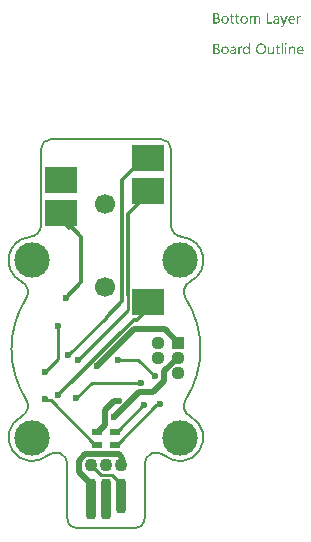
<source format=gbl>
G04*
G04 #@! TF.GenerationSoftware,Altium Limited,Altium Designer,21.8.1 (53)*
G04*
G04 Layer_Physical_Order=2*
G04 Layer_Color=16711680*
%FSAX25Y25*%
%MOIN*%
G70*
G04*
G04 #@! TF.SameCoordinates,18D3F597-79DD-4A29-BD4C-A2841DF7949F*
G04*
G04*
G04 #@! TF.FilePolarity,Positive*
G04*
G01*
G75*
%ADD10C,0.01968*%
%ADD11C,0.00984*%
%ADD12C,0.00787*%
%ADD38C,0.04370*%
%ADD43C,0.01181*%
%ADD44C,0.00591*%
%ADD45C,0.06693*%
%ADD46C,0.11811*%
%ADD47R,0.04370X0.04370*%
%ADD48C,0.02362*%
%ADD49R,0.11024X0.08661*%
G04:AMPARAMS|DCode=50|XSize=35.43mil|YSize=135.83mil|CornerRadius=13.82mil|HoleSize=0mil|Usage=FLASHONLY|Rotation=180.000|XOffset=0mil|YOffset=0mil|HoleType=Round|Shape=RoundedRectangle|*
%AMROUNDEDRECTD50*
21,1,0.03543,0.10819,0,0,180.0*
21,1,0.00780,0.13583,0,0,180.0*
1,1,0.02764,-0.00390,0.05409*
1,1,0.02764,0.00390,0.05409*
1,1,0.02764,0.00390,-0.05409*
1,1,0.02764,-0.00390,-0.05409*
%
%ADD50ROUNDEDRECTD50*%
G04:AMPARAMS|DCode=51|XSize=35.43mil|YSize=116.14mil|CornerRadius=13.82mil|HoleSize=0mil|Usage=FLASHONLY|Rotation=180.000|XOffset=0mil|YOffset=0mil|HoleType=Round|Shape=RoundedRectangle|*
%AMROUNDEDRECTD51*
21,1,0.03543,0.08850,0,0,180.0*
21,1,0.00780,0.11614,0,0,180.0*
1,1,0.02764,-0.00390,0.04425*
1,1,0.02764,0.00390,0.04425*
1,1,0.02764,0.00390,-0.04425*
1,1,0.02764,-0.00390,-0.04425*
%
%ADD51ROUNDEDRECTD51*%
%ADD52R,0.03543X0.02362*%
%ADD53C,0.04331*%
G36*
X0050740Y0146658D02*
X0050795Y0146646D01*
X0050857Y0146634D01*
X0050925Y0146609D01*
X0051006Y0146578D01*
X0051080Y0146535D01*
X0051161Y0146485D01*
X0051235Y0146417D01*
X0051303Y0146330D01*
X0051365Y0146231D01*
X0051420Y0146120D01*
X0051458Y0145977D01*
X0051489Y0145823D01*
X0051495Y0145643D01*
Y0144096D01*
X0051092D01*
Y0145538D01*
Y0145544D01*
Y0145556D01*
Y0145575D01*
Y0145606D01*
X0051086Y0145680D01*
X0051074Y0145767D01*
X0051061Y0145866D01*
X0051037Y0145965D01*
X0051006Y0146058D01*
X0050963Y0146138D01*
X0050956Y0146145D01*
X0050938Y0146169D01*
X0050907Y0146200D01*
X0050857Y0146231D01*
X0050801Y0146268D01*
X0050727Y0146293D01*
X0050634Y0146318D01*
X0050529Y0146324D01*
X0050517D01*
X0050486Y0146318D01*
X0050436Y0146312D01*
X0050374Y0146293D01*
X0050306Y0146268D01*
X0050232Y0146225D01*
X0050158Y0146169D01*
X0050090Y0146089D01*
X0050084Y0146077D01*
X0050065Y0146045D01*
X0050034Y0145996D01*
X0050003Y0145928D01*
X0049966Y0145847D01*
X0049941Y0145755D01*
X0049916Y0145643D01*
X0049910Y0145526D01*
Y0144096D01*
X0049508D01*
Y0145588D01*
Y0145594D01*
Y0145618D01*
X0049502Y0145656D01*
Y0145705D01*
X0049489Y0145761D01*
X0049477Y0145823D01*
X0049458Y0145885D01*
X0049440Y0145959D01*
X0049409Y0146027D01*
X0049372Y0146089D01*
X0049322Y0146151D01*
X0049266Y0146206D01*
X0049204Y0146256D01*
X0049124Y0146293D01*
X0049037Y0146318D01*
X0048938Y0146324D01*
X0048926D01*
X0048895Y0146318D01*
X0048845Y0146312D01*
X0048784Y0146299D01*
X0048715Y0146268D01*
X0048641Y0146231D01*
X0048567Y0146176D01*
X0048499Y0146101D01*
X0048493Y0146089D01*
X0048474Y0146064D01*
X0048443Y0146015D01*
X0048412Y0145947D01*
X0048381Y0145866D01*
X0048350Y0145767D01*
X0048332Y0145656D01*
X0048325Y0145526D01*
Y0144096D01*
X0047923D01*
Y0146609D01*
X0048325D01*
Y0146206D01*
X0048338D01*
X0048344Y0146213D01*
X0048350Y0146225D01*
X0048369Y0146250D01*
X0048387Y0146281D01*
X0048449Y0146349D01*
X0048536Y0146435D01*
X0048647Y0146522D01*
X0048777Y0146590D01*
X0048858Y0146621D01*
X0048938Y0146646D01*
X0049025Y0146658D01*
X0049118Y0146665D01*
X0049161D01*
X0049211Y0146658D01*
X0049273Y0146646D01*
X0049341Y0146627D01*
X0049415Y0146603D01*
X0049489Y0146572D01*
X0049564Y0146522D01*
X0049570Y0146516D01*
X0049595Y0146497D01*
X0049625Y0146466D01*
X0049669Y0146423D01*
X0049712Y0146367D01*
X0049755Y0146306D01*
X0049799Y0146231D01*
X0049830Y0146145D01*
X0049836Y0146151D01*
X0049842Y0146169D01*
X0049861Y0146194D01*
X0049879Y0146225D01*
X0049910Y0146268D01*
X0049947Y0146312D01*
X0049991Y0146355D01*
X0050040Y0146405D01*
X0050096Y0146454D01*
X0050158Y0146497D01*
X0050226Y0146547D01*
X0050300Y0146584D01*
X0050381Y0146615D01*
X0050467Y0146640D01*
X0050566Y0146658D01*
X0050665Y0146665D01*
X0050703D01*
X0050740Y0146658D01*
D02*
G37*
G36*
X0064772Y0146646D02*
X0064847Y0146640D01*
X0064890Y0146627D01*
X0064921Y0146615D01*
Y0146200D01*
X0064915Y0146206D01*
X0064902Y0146213D01*
X0064878Y0146225D01*
X0064847Y0146244D01*
X0064803Y0146256D01*
X0064748Y0146268D01*
X0064686Y0146274D01*
X0064618Y0146281D01*
X0064605D01*
X0064574Y0146274D01*
X0064525Y0146268D01*
X0064469Y0146250D01*
X0064395Y0146219D01*
X0064327Y0146176D01*
X0064252Y0146114D01*
X0064184Y0146033D01*
X0064178Y0146021D01*
X0064160Y0145990D01*
X0064129Y0145934D01*
X0064098Y0145860D01*
X0064067Y0145767D01*
X0064036Y0145649D01*
X0064017Y0145519D01*
X0064011Y0145371D01*
Y0144096D01*
X0063609D01*
Y0146609D01*
X0064011D01*
Y0146089D01*
X0064023D01*
Y0146095D01*
X0064030Y0146101D01*
X0064042Y0146132D01*
X0064060Y0146182D01*
X0064091Y0146244D01*
X0064122Y0146306D01*
X0064172Y0146374D01*
X0064221Y0146442D01*
X0064283Y0146504D01*
X0064289Y0146510D01*
X0064314Y0146528D01*
X0064351Y0146553D01*
X0064401Y0146578D01*
X0064457Y0146603D01*
X0064525Y0146627D01*
X0064599Y0146646D01*
X0064679Y0146652D01*
X0064735D01*
X0064772Y0146646D01*
D02*
G37*
G36*
X0059393Y0143693D02*
X0059387Y0143687D01*
X0059381Y0143662D01*
X0059362Y0143619D01*
X0059338Y0143570D01*
X0059307Y0143514D01*
X0059263Y0143446D01*
X0059220Y0143378D01*
X0059170Y0143303D01*
X0059109Y0143229D01*
X0059047Y0143161D01*
X0058972Y0143093D01*
X0058892Y0143037D01*
X0058811Y0142988D01*
X0058719Y0142944D01*
X0058626Y0142920D01*
X0058520Y0142913D01*
X0058465D01*
X0058428Y0142920D01*
X0058347Y0142932D01*
X0058261Y0142950D01*
Y0143309D01*
X0058267D01*
X0058285Y0143303D01*
X0058310Y0143297D01*
X0058341Y0143291D01*
X0058415Y0143272D01*
X0058496Y0143266D01*
X0058508D01*
X0058545Y0143272D01*
X0058601Y0143285D01*
X0058669Y0143309D01*
X0058743Y0143353D01*
X0058780Y0143384D01*
X0058818Y0143421D01*
X0058855Y0143458D01*
X0058892Y0143508D01*
X0058923Y0143563D01*
X0058954Y0143625D01*
X0059158Y0144096D01*
X0058174Y0146609D01*
X0058619D01*
X0059300Y0144671D01*
Y0144665D01*
X0059307Y0144653D01*
X0059313Y0144634D01*
X0059319Y0144609D01*
X0059325Y0144572D01*
X0059338Y0144535D01*
X0059350Y0144479D01*
X0059368D01*
Y0144492D01*
X0059381Y0144529D01*
X0059393Y0144585D01*
X0059418Y0144665D01*
X0060130Y0146609D01*
X0060545D01*
X0059393Y0143693D01*
D02*
G37*
G36*
X0056985Y0146658D02*
X0057041Y0146652D01*
X0057109Y0146634D01*
X0057183Y0146615D01*
X0057264Y0146584D01*
X0057350Y0146547D01*
X0057431Y0146497D01*
X0057512Y0146435D01*
X0057586Y0146361D01*
X0057654Y0146268D01*
X0057710Y0146163D01*
X0057753Y0146039D01*
X0057778Y0145897D01*
X0057790Y0145730D01*
Y0144096D01*
X0057388D01*
Y0144486D01*
X0057375D01*
Y0144479D01*
X0057363Y0144467D01*
X0057350Y0144442D01*
X0057326Y0144418D01*
X0057264Y0144343D01*
X0057183Y0144263D01*
X0057072Y0144182D01*
X0056942Y0144108D01*
X0056862Y0144083D01*
X0056781Y0144059D01*
X0056694Y0144046D01*
X0056602Y0144040D01*
X0056564D01*
X0056540Y0144046D01*
X0056472Y0144052D01*
X0056391Y0144065D01*
X0056292Y0144089D01*
X0056199Y0144120D01*
X0056100Y0144170D01*
X0056014Y0144232D01*
X0056007Y0144244D01*
X0055983Y0144269D01*
X0055945Y0144312D01*
X0055908Y0144374D01*
X0055871Y0144448D01*
X0055834Y0144535D01*
X0055809Y0144640D01*
X0055803Y0144758D01*
Y0144764D01*
Y0144789D01*
X0055809Y0144826D01*
X0055815Y0144869D01*
X0055828Y0144925D01*
X0055846Y0144987D01*
X0055871Y0145055D01*
X0055908Y0145123D01*
X0055952Y0145197D01*
X0056007Y0145272D01*
X0056075Y0145340D01*
X0056156Y0145402D01*
X0056249Y0145464D01*
X0056360Y0145513D01*
X0056484Y0145550D01*
X0056633Y0145581D01*
X0057388Y0145686D01*
Y0145693D01*
Y0145711D01*
X0057381Y0145748D01*
Y0145785D01*
X0057369Y0145835D01*
X0057363Y0145891D01*
X0057326Y0146008D01*
X0057295Y0146064D01*
X0057264Y0146120D01*
X0057221Y0146176D01*
X0057171Y0146225D01*
X0057109Y0146268D01*
X0057041Y0146299D01*
X0056961Y0146318D01*
X0056868Y0146324D01*
X0056824D01*
X0056793Y0146318D01*
X0056750D01*
X0056707Y0146306D01*
X0056595Y0146287D01*
X0056472Y0146250D01*
X0056335Y0146194D01*
X0056261Y0146157D01*
X0056193Y0146120D01*
X0056119Y0146070D01*
X0056051Y0146015D01*
Y0146429D01*
X0056057D01*
X0056069Y0146442D01*
X0056088Y0146454D01*
X0056119Y0146466D01*
X0056150Y0146485D01*
X0056193Y0146504D01*
X0056243Y0146522D01*
X0056298Y0146547D01*
X0056422Y0146590D01*
X0056571Y0146627D01*
X0056731Y0146652D01*
X0056905Y0146665D01*
X0056942D01*
X0056985Y0146658D01*
D02*
G37*
G36*
X0054095Y0144467D02*
X0055506D01*
Y0144096D01*
X0053680D01*
Y0147612D01*
X0054095D01*
Y0144467D01*
D02*
G37*
G36*
X0036880Y0147605D02*
X0036924D01*
X0036967Y0147599D01*
X0037066Y0147587D01*
X0037183Y0147556D01*
X0037307Y0147519D01*
X0037425Y0147463D01*
X0037530Y0147389D01*
X0037536D01*
X0037543Y0147376D01*
X0037574Y0147352D01*
X0037617Y0147302D01*
X0037666Y0147234D01*
X0037710Y0147147D01*
X0037753Y0147048D01*
X0037784Y0146937D01*
X0037796Y0146875D01*
Y0146807D01*
Y0146801D01*
Y0146794D01*
Y0146757D01*
X0037790Y0146702D01*
X0037778Y0146634D01*
X0037759Y0146547D01*
X0037728Y0146460D01*
X0037691Y0146374D01*
X0037635Y0146287D01*
X0037629Y0146274D01*
X0037604Y0146250D01*
X0037567Y0146213D01*
X0037518Y0146163D01*
X0037456Y0146114D01*
X0037382Y0146058D01*
X0037289Y0146015D01*
X0037190Y0145971D01*
Y0145965D01*
X0037208D01*
X0037227Y0145959D01*
X0037245Y0145953D01*
X0037314Y0145940D01*
X0037394Y0145915D01*
X0037481Y0145878D01*
X0037574Y0145835D01*
X0037666Y0145773D01*
X0037753Y0145693D01*
X0037765Y0145680D01*
X0037790Y0145649D01*
X0037821Y0145606D01*
X0037864Y0145538D01*
X0037901Y0145451D01*
X0037939Y0145352D01*
X0037964Y0145235D01*
X0037970Y0145105D01*
Y0145098D01*
Y0145086D01*
Y0145061D01*
X0037964Y0145030D01*
X0037957Y0144993D01*
X0037951Y0144950D01*
X0037926Y0144845D01*
X0037889Y0144727D01*
X0037833Y0144603D01*
X0037796Y0144547D01*
X0037753Y0144486D01*
X0037697Y0144430D01*
X0037642Y0144374D01*
X0037635D01*
X0037629Y0144362D01*
X0037611Y0144350D01*
X0037586Y0144331D01*
X0037555Y0144312D01*
X0037512Y0144288D01*
X0037419Y0144238D01*
X0037301Y0144182D01*
X0037165Y0144139D01*
X0037004Y0144108D01*
X0036924Y0144102D01*
X0036831Y0144096D01*
X0035803D01*
Y0147612D01*
X0036849D01*
X0036880Y0147605D01*
D02*
G37*
G36*
X0043807Y0146609D02*
X0044444D01*
Y0146262D01*
X0043807D01*
Y0144845D01*
Y0144832D01*
Y0144801D01*
X0043813Y0144758D01*
X0043819Y0144702D01*
X0043844Y0144585D01*
X0043863Y0144529D01*
X0043894Y0144486D01*
X0043900Y0144479D01*
X0043912Y0144467D01*
X0043931Y0144455D01*
X0043962Y0144436D01*
X0043999Y0144411D01*
X0044048Y0144399D01*
X0044110Y0144387D01*
X0044178Y0144380D01*
X0044203D01*
X0044234Y0144387D01*
X0044271Y0144393D01*
X0044358Y0144418D01*
X0044401Y0144436D01*
X0044444Y0144461D01*
Y0144114D01*
X0044438D01*
X0044420Y0144102D01*
X0044389Y0144096D01*
X0044345Y0144083D01*
X0044290Y0144071D01*
X0044228Y0144059D01*
X0044153Y0144052D01*
X0044067Y0144046D01*
X0044036D01*
X0044005Y0144052D01*
X0043962Y0144059D01*
X0043912Y0144071D01*
X0043856Y0144083D01*
X0043801Y0144108D01*
X0043739Y0144139D01*
X0043677Y0144176D01*
X0043615Y0144226D01*
X0043559Y0144281D01*
X0043510Y0144356D01*
X0043466Y0144436D01*
X0043435Y0144535D01*
X0043411Y0144647D01*
X0043404Y0144777D01*
Y0146262D01*
X0042977D01*
Y0146609D01*
X0043404D01*
Y0147222D01*
X0043807Y0147352D01*
Y0146609D01*
D02*
G37*
G36*
X0042105D02*
X0042742D01*
Y0146262D01*
X0042105D01*
Y0144845D01*
Y0144832D01*
Y0144801D01*
X0042111Y0144758D01*
X0042117Y0144702D01*
X0042142Y0144585D01*
X0042160Y0144529D01*
X0042191Y0144486D01*
X0042197Y0144479D01*
X0042210Y0144467D01*
X0042228Y0144455D01*
X0042259Y0144436D01*
X0042296Y0144411D01*
X0042346Y0144399D01*
X0042408Y0144387D01*
X0042476Y0144380D01*
X0042501D01*
X0042532Y0144387D01*
X0042569Y0144393D01*
X0042656Y0144418D01*
X0042699Y0144436D01*
X0042742Y0144461D01*
Y0144114D01*
X0042736D01*
X0042717Y0144102D01*
X0042686Y0144096D01*
X0042643Y0144083D01*
X0042587Y0144071D01*
X0042526Y0144059D01*
X0042451Y0144052D01*
X0042364Y0144046D01*
X0042334D01*
X0042303Y0144052D01*
X0042259Y0144059D01*
X0042210Y0144071D01*
X0042154Y0144083D01*
X0042098Y0144108D01*
X0042037Y0144139D01*
X0041975Y0144176D01*
X0041913Y0144226D01*
X0041857Y0144281D01*
X0041807Y0144356D01*
X0041764Y0144436D01*
X0041733Y0144535D01*
X0041708Y0144647D01*
X0041702Y0144777D01*
Y0146262D01*
X0041275D01*
Y0146609D01*
X0041702D01*
Y0147222D01*
X0042105Y0147352D01*
Y0146609D01*
D02*
G37*
G36*
X0062049Y0146658D02*
X0062092Y0146652D01*
X0062135Y0146646D01*
X0062247Y0146627D01*
X0062371Y0146584D01*
X0062494Y0146528D01*
X0062556Y0146491D01*
X0062618Y0146448D01*
X0062674Y0146398D01*
X0062730Y0146343D01*
X0062736Y0146336D01*
X0062742Y0146330D01*
X0062754Y0146312D01*
X0062773Y0146287D01*
X0062792Y0146250D01*
X0062816Y0146213D01*
X0062841Y0146169D01*
X0062866Y0146114D01*
X0062891Y0146052D01*
X0062915Y0145990D01*
X0062940Y0145915D01*
X0062959Y0145835D01*
X0062977Y0145748D01*
X0062990Y0145662D01*
X0063002Y0145563D01*
Y0145457D01*
Y0145247D01*
X0061225D01*
Y0145241D01*
Y0145228D01*
Y0145210D01*
X0061232Y0145179D01*
X0061238Y0145142D01*
Y0145105D01*
X0061256Y0145006D01*
X0061287Y0144907D01*
X0061325Y0144795D01*
X0061380Y0144690D01*
X0061448Y0144597D01*
X0061461Y0144585D01*
X0061485Y0144560D01*
X0061535Y0144529D01*
X0061603Y0144486D01*
X0061690Y0144442D01*
X0061789Y0144411D01*
X0061906Y0144387D01*
X0062043Y0144374D01*
X0062086D01*
X0062117Y0144380D01*
X0062154D01*
X0062197Y0144387D01*
X0062303Y0144411D01*
X0062420Y0144442D01*
X0062550Y0144492D01*
X0062686Y0144560D01*
X0062754Y0144603D01*
X0062823Y0144653D01*
Y0144275D01*
X0062816D01*
X0062810Y0144263D01*
X0062792Y0144257D01*
X0062761Y0144238D01*
X0062730Y0144220D01*
X0062692Y0144201D01*
X0062643Y0144182D01*
X0062594Y0144158D01*
X0062532Y0144133D01*
X0062463Y0144114D01*
X0062315Y0144077D01*
X0062142Y0144052D01*
X0061950Y0144040D01*
X0061900D01*
X0061863Y0144046D01*
X0061820Y0144052D01*
X0061764Y0144059D01*
X0061646Y0144083D01*
X0061510Y0144120D01*
X0061374Y0144182D01*
X0061306Y0144226D01*
X0061238Y0144269D01*
X0061176Y0144318D01*
X0061114Y0144380D01*
X0061108Y0144387D01*
X0061102Y0144399D01*
X0061089Y0144418D01*
X0061064Y0144442D01*
X0061046Y0144479D01*
X0061021Y0144523D01*
X0060990Y0144572D01*
X0060966Y0144628D01*
X0060935Y0144690D01*
X0060910Y0144764D01*
X0060879Y0144845D01*
X0060860Y0144931D01*
X0060842Y0145024D01*
X0060823Y0145123D01*
X0060817Y0145228D01*
X0060811Y0145340D01*
Y0145346D01*
Y0145365D01*
Y0145396D01*
X0060817Y0145439D01*
X0060823Y0145488D01*
X0060829Y0145544D01*
X0060835Y0145612D01*
X0060854Y0145680D01*
X0060891Y0145829D01*
X0060947Y0145990D01*
X0060984Y0146070D01*
X0061034Y0146145D01*
X0061083Y0146225D01*
X0061139Y0146293D01*
X0061145Y0146299D01*
X0061157Y0146312D01*
X0061176Y0146330D01*
X0061201Y0146349D01*
X0061232Y0146380D01*
X0061269Y0146411D01*
X0061318Y0146442D01*
X0061368Y0146479D01*
X0061485Y0146547D01*
X0061628Y0146609D01*
X0061708Y0146627D01*
X0061789Y0146646D01*
X0061875Y0146658D01*
X0061968Y0146665D01*
X0062018D01*
X0062049Y0146658D01*
D02*
G37*
G36*
X0046184D02*
X0046227Y0146652D01*
X0046283Y0146646D01*
X0046407Y0146621D01*
X0046549Y0146578D01*
X0046691Y0146516D01*
X0046766Y0146479D01*
X0046834Y0146435D01*
X0046902Y0146380D01*
X0046964Y0146318D01*
X0046970Y0146312D01*
X0046976Y0146299D01*
X0046995Y0146281D01*
X0047013Y0146256D01*
X0047038Y0146219D01*
X0047063Y0146176D01*
X0047094Y0146126D01*
X0047125Y0146070D01*
X0047149Y0146002D01*
X0047180Y0145934D01*
X0047205Y0145854D01*
X0047230Y0145767D01*
X0047249Y0145674D01*
X0047267Y0145575D01*
X0047273Y0145470D01*
X0047279Y0145358D01*
Y0145352D01*
Y0145334D01*
Y0145303D01*
X0047273Y0145259D01*
X0047267Y0145210D01*
X0047261Y0145148D01*
X0047249Y0145086D01*
X0047236Y0145012D01*
X0047199Y0144863D01*
X0047137Y0144702D01*
X0047100Y0144622D01*
X0047050Y0144541D01*
X0047001Y0144467D01*
X0046939Y0144399D01*
X0046933Y0144393D01*
X0046920Y0144387D01*
X0046902Y0144368D01*
X0046877Y0144343D01*
X0046840Y0144318D01*
X0046803Y0144288D01*
X0046753Y0144250D01*
X0046698Y0144220D01*
X0046636Y0144188D01*
X0046567Y0144151D01*
X0046493Y0144120D01*
X0046413Y0144096D01*
X0046326Y0144071D01*
X0046233Y0144059D01*
X0046134Y0144046D01*
X0046029Y0144040D01*
X0045973D01*
X0045936Y0144046D01*
X0045893Y0144052D01*
X0045837Y0144059D01*
X0045775Y0144071D01*
X0045707Y0144083D01*
X0045565Y0144127D01*
X0045416Y0144188D01*
X0045342Y0144226D01*
X0045274Y0144275D01*
X0045206Y0144325D01*
X0045138Y0144387D01*
X0045131Y0144393D01*
X0045125Y0144405D01*
X0045107Y0144424D01*
X0045088Y0144448D01*
X0045063Y0144486D01*
X0045032Y0144529D01*
X0045002Y0144579D01*
X0044977Y0144634D01*
X0044946Y0144702D01*
X0044915Y0144770D01*
X0044884Y0144845D01*
X0044859Y0144931D01*
X0044822Y0145117D01*
X0044816Y0145216D01*
X0044810Y0145321D01*
Y0145327D01*
Y0145352D01*
Y0145383D01*
X0044816Y0145426D01*
X0044822Y0145476D01*
X0044828Y0145538D01*
X0044840Y0145606D01*
X0044853Y0145680D01*
X0044890Y0145841D01*
X0044952Y0146002D01*
X0044995Y0146083D01*
X0045039Y0146163D01*
X0045088Y0146237D01*
X0045150Y0146306D01*
X0045156Y0146312D01*
X0045169Y0146324D01*
X0045187Y0146336D01*
X0045212Y0146361D01*
X0045249Y0146386D01*
X0045292Y0146417D01*
X0045342Y0146454D01*
X0045398Y0146485D01*
X0045459Y0146516D01*
X0045534Y0146553D01*
X0045608Y0146584D01*
X0045695Y0146609D01*
X0045781Y0146634D01*
X0045880Y0146652D01*
X0045986Y0146658D01*
X0046091Y0146665D01*
X0046147D01*
X0046184Y0146658D01*
D02*
G37*
G36*
X0039833D02*
X0039876Y0146652D01*
X0039932Y0146646D01*
X0040056Y0146621D01*
X0040198Y0146578D01*
X0040340Y0146516D01*
X0040415Y0146479D01*
X0040483Y0146435D01*
X0040551Y0146380D01*
X0040613Y0146318D01*
X0040619Y0146312D01*
X0040625Y0146299D01*
X0040644Y0146281D01*
X0040662Y0146256D01*
X0040687Y0146219D01*
X0040712Y0146176D01*
X0040743Y0146126D01*
X0040774Y0146070D01*
X0040799Y0146002D01*
X0040829Y0145934D01*
X0040854Y0145854D01*
X0040879Y0145767D01*
X0040898Y0145674D01*
X0040916Y0145575D01*
X0040922Y0145470D01*
X0040929Y0145358D01*
Y0145352D01*
Y0145334D01*
Y0145303D01*
X0040922Y0145259D01*
X0040916Y0145210D01*
X0040910Y0145148D01*
X0040898Y0145086D01*
X0040885Y0145012D01*
X0040848Y0144863D01*
X0040786Y0144702D01*
X0040749Y0144622D01*
X0040699Y0144541D01*
X0040650Y0144467D01*
X0040588Y0144399D01*
X0040582Y0144393D01*
X0040569Y0144387D01*
X0040551Y0144368D01*
X0040526Y0144343D01*
X0040489Y0144318D01*
X0040452Y0144288D01*
X0040402Y0144250D01*
X0040347Y0144220D01*
X0040285Y0144188D01*
X0040217Y0144151D01*
X0040142Y0144120D01*
X0040062Y0144096D01*
X0039975Y0144071D01*
X0039882Y0144059D01*
X0039783Y0144046D01*
X0039678Y0144040D01*
X0039622D01*
X0039585Y0144046D01*
X0039542Y0144052D01*
X0039486Y0144059D01*
X0039424Y0144071D01*
X0039356Y0144083D01*
X0039214Y0144127D01*
X0039065Y0144188D01*
X0038991Y0144226D01*
X0038923Y0144275D01*
X0038855Y0144325D01*
X0038787Y0144387D01*
X0038781Y0144393D01*
X0038774Y0144405D01*
X0038756Y0144424D01*
X0038737Y0144448D01*
X0038712Y0144486D01*
X0038682Y0144529D01*
X0038651Y0144579D01*
X0038626Y0144634D01*
X0038595Y0144702D01*
X0038564Y0144770D01*
X0038533Y0144845D01*
X0038508Y0144931D01*
X0038471Y0145117D01*
X0038465Y0145216D01*
X0038459Y0145321D01*
Y0145327D01*
Y0145352D01*
Y0145383D01*
X0038465Y0145426D01*
X0038471Y0145476D01*
X0038477Y0145538D01*
X0038490Y0145606D01*
X0038502Y0145680D01*
X0038539Y0145841D01*
X0038601Y0146002D01*
X0038644Y0146083D01*
X0038688Y0146163D01*
X0038737Y0146237D01*
X0038799Y0146306D01*
X0038805Y0146312D01*
X0038818Y0146324D01*
X0038836Y0146336D01*
X0038861Y0146361D01*
X0038898Y0146386D01*
X0038941Y0146417D01*
X0038991Y0146454D01*
X0039047Y0146485D01*
X0039109Y0146516D01*
X0039183Y0146553D01*
X0039257Y0146584D01*
X0039344Y0146609D01*
X0039430Y0146634D01*
X0039529Y0146652D01*
X0039635Y0146658D01*
X0039740Y0146665D01*
X0039796D01*
X0039833Y0146658D01*
D02*
G37*
G36*
X0060012Y0137578D02*
X0060037D01*
X0060093Y0137554D01*
X0060124Y0137535D01*
X0060155Y0137510D01*
X0060161Y0137504D01*
X0060167Y0137498D01*
X0060198Y0137461D01*
X0060223Y0137399D01*
X0060229Y0137362D01*
X0060235Y0137325D01*
Y0137319D01*
Y0137306D01*
X0060229Y0137287D01*
X0060223Y0137263D01*
X0060204Y0137201D01*
X0060179Y0137170D01*
X0060155Y0137139D01*
X0060148D01*
X0060142Y0137127D01*
X0060105Y0137102D01*
X0060049Y0137077D01*
X0060012Y0137071D01*
X0059975Y0137065D01*
X0059957D01*
X0059938Y0137071D01*
X0059913D01*
X0059851Y0137096D01*
X0059820Y0137108D01*
X0059789Y0137133D01*
Y0137139D01*
X0059777Y0137145D01*
X0059765Y0137164D01*
X0059752Y0137182D01*
X0059728Y0137244D01*
X0059721Y0137281D01*
X0059715Y0137325D01*
Y0137331D01*
Y0137343D01*
X0059721Y0137362D01*
X0059728Y0137393D01*
X0059746Y0137449D01*
X0059765Y0137479D01*
X0059789Y0137510D01*
X0059796Y0137517D01*
X0059802Y0137523D01*
X0059839Y0137548D01*
X0059901Y0137572D01*
X0059938Y0137585D01*
X0059994D01*
X0060012Y0137578D01*
D02*
G37*
G36*
X0048022Y0133914D02*
X0047620D01*
Y0134335D01*
X0047607D01*
Y0134329D01*
X0047595Y0134316D01*
X0047576Y0134292D01*
X0047558Y0134261D01*
X0047527Y0134223D01*
X0047490Y0134186D01*
X0047447Y0134143D01*
X0047397Y0134100D01*
X0047341Y0134050D01*
X0047273Y0134007D01*
X0047205Y0133970D01*
X0047125Y0133932D01*
X0047044Y0133902D01*
X0046951Y0133877D01*
X0046852Y0133864D01*
X0046747Y0133858D01*
X0046704D01*
X0046667Y0133864D01*
X0046630Y0133871D01*
X0046580Y0133877D01*
X0046475Y0133902D01*
X0046351Y0133939D01*
X0046227Y0134001D01*
X0046159Y0134038D01*
X0046103Y0134081D01*
X0046041Y0134137D01*
X0045986Y0134193D01*
Y0134199D01*
X0045973Y0134211D01*
X0045961Y0134230D01*
X0045942Y0134254D01*
X0045924Y0134285D01*
X0045899Y0134329D01*
X0045874Y0134378D01*
X0045849Y0134434D01*
X0045819Y0134496D01*
X0045794Y0134564D01*
X0045769Y0134638D01*
X0045750Y0134719D01*
X0045732Y0134805D01*
X0045720Y0134904D01*
X0045713Y0135003D01*
X0045707Y0135109D01*
Y0135115D01*
Y0135133D01*
Y0135170D01*
X0045713Y0135214D01*
X0045720Y0135263D01*
X0045726Y0135325D01*
X0045732Y0135393D01*
X0045744Y0135468D01*
X0045781Y0135629D01*
X0045837Y0135796D01*
X0045874Y0135876D01*
X0045918Y0135957D01*
X0045961Y0136031D01*
X0046017Y0136105D01*
X0046023Y0136111D01*
X0046029Y0136124D01*
X0046048Y0136142D01*
X0046072Y0136167D01*
X0046103Y0136192D01*
X0046147Y0136223D01*
X0046190Y0136260D01*
X0046240Y0136297D01*
X0046363Y0136365D01*
X0046506Y0136427D01*
X0046586Y0136446D01*
X0046673Y0136464D01*
X0046759Y0136477D01*
X0046859Y0136483D01*
X0046908D01*
X0046945Y0136477D01*
X0046982Y0136470D01*
X0047032Y0136464D01*
X0047143Y0136433D01*
X0047267Y0136384D01*
X0047329Y0136353D01*
X0047391Y0136310D01*
X0047453Y0136266D01*
X0047508Y0136211D01*
X0047558Y0136149D01*
X0047607Y0136074D01*
X0047620D01*
Y0137634D01*
X0048022D01*
Y0133914D01*
D02*
G37*
G36*
X0062290Y0136477D02*
X0062364Y0136470D01*
X0062457Y0136452D01*
X0062556Y0136421D01*
X0062661Y0136371D01*
X0062767Y0136303D01*
X0062810Y0136266D01*
X0062853Y0136217D01*
X0062866Y0136204D01*
X0062891Y0136167D01*
X0062922Y0136105D01*
X0062965Y0136019D01*
X0063002Y0135913D01*
X0063039Y0135783D01*
X0063064Y0135629D01*
X0063070Y0135449D01*
Y0133914D01*
X0062668D01*
Y0135344D01*
Y0135350D01*
Y0135381D01*
X0062661Y0135418D01*
Y0135468D01*
X0062649Y0135530D01*
X0062637Y0135598D01*
X0062618Y0135672D01*
X0062594Y0135746D01*
X0062563Y0135820D01*
X0062525Y0135889D01*
X0062476Y0135957D01*
X0062420Y0136019D01*
X0062358Y0136068D01*
X0062278Y0136105D01*
X0062191Y0136136D01*
X0062086Y0136142D01*
X0062073D01*
X0062036Y0136136D01*
X0061981Y0136130D01*
X0061913Y0136111D01*
X0061832Y0136087D01*
X0061745Y0136043D01*
X0061665Y0135988D01*
X0061585Y0135913D01*
X0061578Y0135901D01*
X0061554Y0135876D01*
X0061523Y0135827D01*
X0061485Y0135759D01*
X0061448Y0135678D01*
X0061417Y0135579D01*
X0061393Y0135468D01*
X0061386Y0135344D01*
Y0133914D01*
X0060984D01*
Y0136427D01*
X0061386D01*
Y0136006D01*
X0061399D01*
X0061405Y0136012D01*
X0061411Y0136025D01*
X0061430Y0136049D01*
X0061454Y0136081D01*
X0061479Y0136118D01*
X0061516Y0136155D01*
X0061560Y0136198D01*
X0061609Y0136248D01*
X0061665Y0136291D01*
X0061727Y0136334D01*
X0061795Y0136371D01*
X0061869Y0136408D01*
X0061944Y0136440D01*
X0062030Y0136464D01*
X0062123Y0136477D01*
X0062222Y0136483D01*
X0062259D01*
X0062290Y0136477D01*
D02*
G37*
G36*
X0045292Y0136464D02*
X0045367Y0136458D01*
X0045410Y0136446D01*
X0045441Y0136433D01*
Y0136019D01*
X0045435Y0136025D01*
X0045422Y0136031D01*
X0045398Y0136043D01*
X0045367Y0136062D01*
X0045323Y0136074D01*
X0045268Y0136087D01*
X0045206Y0136093D01*
X0045138Y0136099D01*
X0045125D01*
X0045094Y0136093D01*
X0045045Y0136087D01*
X0044989Y0136068D01*
X0044915Y0136037D01*
X0044847Y0135994D01*
X0044772Y0135932D01*
X0044704Y0135851D01*
X0044698Y0135839D01*
X0044680Y0135808D01*
X0044649Y0135752D01*
X0044618Y0135678D01*
X0044587Y0135585D01*
X0044556Y0135468D01*
X0044537Y0135338D01*
X0044531Y0135189D01*
Y0133914D01*
X0044129D01*
Y0136427D01*
X0044531D01*
Y0135907D01*
X0044543D01*
Y0135913D01*
X0044550Y0135919D01*
X0044562Y0135951D01*
X0044581Y0136000D01*
X0044611Y0136062D01*
X0044642Y0136124D01*
X0044692Y0136192D01*
X0044741Y0136260D01*
X0044803Y0136322D01*
X0044810Y0136328D01*
X0044834Y0136347D01*
X0044872Y0136371D01*
X0044921Y0136396D01*
X0044977Y0136421D01*
X0045045Y0136446D01*
X0045119Y0136464D01*
X0045200Y0136470D01*
X0045255D01*
X0045292Y0136464D01*
D02*
G37*
G36*
X0056032Y0133914D02*
X0055630D01*
Y0134310D01*
X0055617D01*
Y0134304D01*
X0055605Y0134292D01*
X0055593Y0134267D01*
X0055568Y0134242D01*
X0055512Y0134168D01*
X0055425Y0134087D01*
X0055376Y0134044D01*
X0055320Y0134001D01*
X0055258Y0133964D01*
X0055184Y0133926D01*
X0055110Y0133902D01*
X0055029Y0133877D01*
X0054936Y0133864D01*
X0054844Y0133858D01*
X0054806D01*
X0054763Y0133864D01*
X0054701Y0133877D01*
X0054633Y0133889D01*
X0054559Y0133914D01*
X0054478Y0133945D01*
X0054398Y0133994D01*
X0054311Y0134050D01*
X0054231Y0134118D01*
X0054157Y0134205D01*
X0054088Y0134310D01*
X0054027Y0134428D01*
X0053983Y0134570D01*
X0053958Y0134737D01*
X0053946Y0134824D01*
Y0134923D01*
Y0136427D01*
X0054342D01*
Y0134985D01*
Y0134979D01*
Y0134954D01*
X0054348Y0134911D01*
X0054355Y0134861D01*
X0054361Y0134799D01*
X0054373Y0134737D01*
X0054392Y0134663D01*
X0054417Y0134589D01*
X0054454Y0134514D01*
X0054491Y0134446D01*
X0054540Y0134378D01*
X0054602Y0134316D01*
X0054670Y0134267D01*
X0054751Y0134230D01*
X0054850Y0134199D01*
X0054955Y0134193D01*
X0054967D01*
X0055005Y0134199D01*
X0055060Y0134205D01*
X0055122Y0134217D01*
X0055203Y0134248D01*
X0055283Y0134285D01*
X0055364Y0134335D01*
X0055438Y0134409D01*
X0055444Y0134422D01*
X0055469Y0134446D01*
X0055500Y0134496D01*
X0055537Y0134564D01*
X0055568Y0134644D01*
X0055599Y0134743D01*
X0055624Y0134855D01*
X0055630Y0134979D01*
Y0136427D01*
X0056032D01*
Y0133914D01*
D02*
G37*
G36*
X0060167D02*
X0059765D01*
Y0136427D01*
X0060167D01*
Y0133914D01*
D02*
G37*
G36*
X0058948D02*
X0058545D01*
Y0137634D01*
X0058948D01*
Y0133914D01*
D02*
G37*
G36*
X0042569Y0136477D02*
X0042625Y0136470D01*
X0042693Y0136452D01*
X0042767Y0136433D01*
X0042847Y0136402D01*
X0042934Y0136365D01*
X0043014Y0136316D01*
X0043095Y0136254D01*
X0043169Y0136179D01*
X0043237Y0136087D01*
X0043293Y0135981D01*
X0043336Y0135858D01*
X0043361Y0135715D01*
X0043374Y0135548D01*
Y0133914D01*
X0042971D01*
Y0134304D01*
X0042959D01*
Y0134298D01*
X0042946Y0134285D01*
X0042934Y0134261D01*
X0042909Y0134236D01*
X0042847Y0134162D01*
X0042767Y0134081D01*
X0042656Y0134001D01*
X0042526Y0133926D01*
X0042445Y0133902D01*
X0042364Y0133877D01*
X0042278Y0133864D01*
X0042185Y0133858D01*
X0042148D01*
X0042123Y0133864D01*
X0042055Y0133871D01*
X0041975Y0133883D01*
X0041875Y0133908D01*
X0041783Y0133939D01*
X0041684Y0133988D01*
X0041597Y0134050D01*
X0041591Y0134063D01*
X0041566Y0134087D01*
X0041529Y0134131D01*
X0041492Y0134193D01*
X0041455Y0134267D01*
X0041418Y0134353D01*
X0041393Y0134459D01*
X0041387Y0134576D01*
Y0134582D01*
Y0134607D01*
X0041393Y0134644D01*
X0041399Y0134688D01*
X0041411Y0134743D01*
X0041430Y0134805D01*
X0041455Y0134873D01*
X0041492Y0134941D01*
X0041535Y0135016D01*
X0041591Y0135090D01*
X0041659Y0135158D01*
X0041739Y0135220D01*
X0041832Y0135282D01*
X0041944Y0135331D01*
X0042067Y0135369D01*
X0042216Y0135400D01*
X0042971Y0135505D01*
Y0135511D01*
Y0135530D01*
X0042965Y0135567D01*
Y0135604D01*
X0042953Y0135653D01*
X0042946Y0135709D01*
X0042909Y0135827D01*
X0042878Y0135882D01*
X0042847Y0135938D01*
X0042804Y0135994D01*
X0042755Y0136043D01*
X0042693Y0136087D01*
X0042625Y0136118D01*
X0042544Y0136136D01*
X0042451Y0136142D01*
X0042408D01*
X0042377Y0136136D01*
X0042334D01*
X0042290Y0136124D01*
X0042179Y0136105D01*
X0042055Y0136068D01*
X0041919Y0136012D01*
X0041845Y0135975D01*
X0041776Y0135938D01*
X0041702Y0135889D01*
X0041634Y0135833D01*
Y0136248D01*
X0041640D01*
X0041653Y0136260D01*
X0041671Y0136272D01*
X0041702Y0136285D01*
X0041733Y0136303D01*
X0041776Y0136322D01*
X0041826Y0136340D01*
X0041882Y0136365D01*
X0042006Y0136408D01*
X0042154Y0136446D01*
X0042315Y0136470D01*
X0042488Y0136483D01*
X0042526D01*
X0042569Y0136477D01*
D02*
G37*
G36*
X0036880Y0137424D02*
X0036924D01*
X0036967Y0137417D01*
X0037066Y0137405D01*
X0037183Y0137374D01*
X0037307Y0137337D01*
X0037425Y0137281D01*
X0037530Y0137207D01*
X0037536D01*
X0037543Y0137195D01*
X0037574Y0137170D01*
X0037617Y0137120D01*
X0037666Y0137052D01*
X0037710Y0136966D01*
X0037753Y0136867D01*
X0037784Y0136755D01*
X0037796Y0136693D01*
Y0136625D01*
Y0136619D01*
Y0136613D01*
Y0136576D01*
X0037790Y0136520D01*
X0037778Y0136452D01*
X0037759Y0136365D01*
X0037728Y0136278D01*
X0037691Y0136192D01*
X0037635Y0136105D01*
X0037629Y0136093D01*
X0037604Y0136068D01*
X0037567Y0136031D01*
X0037518Y0135981D01*
X0037456Y0135932D01*
X0037382Y0135876D01*
X0037289Y0135833D01*
X0037190Y0135790D01*
Y0135783D01*
X0037208D01*
X0037227Y0135777D01*
X0037245Y0135771D01*
X0037314Y0135759D01*
X0037394Y0135734D01*
X0037481Y0135697D01*
X0037574Y0135653D01*
X0037666Y0135591D01*
X0037753Y0135511D01*
X0037765Y0135499D01*
X0037790Y0135468D01*
X0037821Y0135424D01*
X0037864Y0135356D01*
X0037901Y0135270D01*
X0037939Y0135170D01*
X0037964Y0135053D01*
X0037970Y0134923D01*
Y0134917D01*
Y0134904D01*
Y0134880D01*
X0037964Y0134849D01*
X0037957Y0134811D01*
X0037951Y0134768D01*
X0037926Y0134663D01*
X0037889Y0134545D01*
X0037833Y0134422D01*
X0037796Y0134366D01*
X0037753Y0134304D01*
X0037697Y0134248D01*
X0037642Y0134193D01*
X0037635D01*
X0037629Y0134180D01*
X0037611Y0134168D01*
X0037586Y0134149D01*
X0037555Y0134131D01*
X0037512Y0134106D01*
X0037419Y0134056D01*
X0037301Y0134001D01*
X0037165Y0133957D01*
X0037004Y0133926D01*
X0036924Y0133920D01*
X0036831Y0133914D01*
X0035803D01*
Y0137430D01*
X0036849D01*
X0036880Y0137424D01*
D02*
G37*
G36*
X0057375Y0136427D02*
X0058013D01*
Y0136081D01*
X0057375D01*
Y0134663D01*
Y0134651D01*
Y0134620D01*
X0057381Y0134576D01*
X0057388Y0134521D01*
X0057412Y0134403D01*
X0057431Y0134347D01*
X0057462Y0134304D01*
X0057468Y0134298D01*
X0057481Y0134285D01*
X0057499Y0134273D01*
X0057530Y0134254D01*
X0057567Y0134230D01*
X0057617Y0134217D01*
X0057679Y0134205D01*
X0057747Y0134199D01*
X0057771D01*
X0057802Y0134205D01*
X0057840Y0134211D01*
X0057926Y0134236D01*
X0057969Y0134254D01*
X0058013Y0134279D01*
Y0133932D01*
X0058007D01*
X0057988Y0133920D01*
X0057957Y0133914D01*
X0057914Y0133902D01*
X0057858Y0133889D01*
X0057796Y0133877D01*
X0057722Y0133871D01*
X0057635Y0133864D01*
X0057604D01*
X0057573Y0133871D01*
X0057530Y0133877D01*
X0057481Y0133889D01*
X0057425Y0133902D01*
X0057369Y0133926D01*
X0057307Y0133957D01*
X0057245Y0133994D01*
X0057183Y0134044D01*
X0057128Y0134100D01*
X0057078Y0134174D01*
X0057035Y0134254D01*
X0057004Y0134353D01*
X0056979Y0134465D01*
X0056973Y0134595D01*
Y0136081D01*
X0056546D01*
Y0136427D01*
X0056973D01*
Y0137040D01*
X0057375Y0137170D01*
Y0136427D01*
D02*
G37*
G36*
X0064902Y0136477D02*
X0064946Y0136470D01*
X0064989Y0136464D01*
X0065100Y0136446D01*
X0065224Y0136402D01*
X0065348Y0136347D01*
X0065410Y0136310D01*
X0065472Y0136266D01*
X0065527Y0136217D01*
X0065583Y0136161D01*
X0065589Y0136155D01*
X0065596Y0136149D01*
X0065608Y0136130D01*
X0065627Y0136105D01*
X0065645Y0136068D01*
X0065670Y0136031D01*
X0065695Y0135988D01*
X0065719Y0135932D01*
X0065744Y0135870D01*
X0065769Y0135808D01*
X0065794Y0135734D01*
X0065812Y0135653D01*
X0065831Y0135567D01*
X0065843Y0135480D01*
X0065856Y0135381D01*
Y0135276D01*
Y0135065D01*
X0064079D01*
Y0135059D01*
Y0135047D01*
Y0135028D01*
X0064085Y0134997D01*
X0064091Y0134960D01*
Y0134923D01*
X0064110Y0134824D01*
X0064141Y0134725D01*
X0064178Y0134613D01*
X0064234Y0134508D01*
X0064302Y0134415D01*
X0064314Y0134403D01*
X0064339Y0134378D01*
X0064389Y0134347D01*
X0064457Y0134304D01*
X0064543Y0134261D01*
X0064642Y0134230D01*
X0064760Y0134205D01*
X0064896Y0134193D01*
X0064939D01*
X0064970Y0134199D01*
X0065008D01*
X0065051Y0134205D01*
X0065156Y0134230D01*
X0065274Y0134261D01*
X0065404Y0134310D01*
X0065540Y0134378D01*
X0065608Y0134422D01*
X0065676Y0134471D01*
Y0134093D01*
X0065670D01*
X0065664Y0134081D01*
X0065645Y0134075D01*
X0065614Y0134056D01*
X0065583Y0134038D01*
X0065546Y0134019D01*
X0065497Y0134001D01*
X0065447Y0133976D01*
X0065385Y0133951D01*
X0065317Y0133932D01*
X0065168Y0133895D01*
X0064995Y0133871D01*
X0064803Y0133858D01*
X0064754D01*
X0064717Y0133864D01*
X0064673Y0133871D01*
X0064618Y0133877D01*
X0064500Y0133902D01*
X0064364Y0133939D01*
X0064228Y0134001D01*
X0064160Y0134044D01*
X0064091Y0134087D01*
X0064030Y0134137D01*
X0063968Y0134199D01*
X0063961Y0134205D01*
X0063955Y0134217D01*
X0063943Y0134236D01*
X0063918Y0134261D01*
X0063899Y0134298D01*
X0063875Y0134341D01*
X0063844Y0134391D01*
X0063819Y0134446D01*
X0063788Y0134508D01*
X0063763Y0134582D01*
X0063732Y0134663D01*
X0063714Y0134750D01*
X0063695Y0134843D01*
X0063677Y0134941D01*
X0063670Y0135047D01*
X0063664Y0135158D01*
Y0135164D01*
Y0135183D01*
Y0135214D01*
X0063670Y0135257D01*
X0063677Y0135307D01*
X0063683Y0135362D01*
X0063689Y0135431D01*
X0063708Y0135499D01*
X0063745Y0135647D01*
X0063801Y0135808D01*
X0063838Y0135889D01*
X0063887Y0135963D01*
X0063937Y0136043D01*
X0063992Y0136111D01*
X0063999Y0136118D01*
X0064011Y0136130D01*
X0064030Y0136149D01*
X0064054Y0136167D01*
X0064085Y0136198D01*
X0064122Y0136229D01*
X0064172Y0136260D01*
X0064221Y0136297D01*
X0064339Y0136365D01*
X0064481Y0136427D01*
X0064562Y0136446D01*
X0064642Y0136464D01*
X0064729Y0136477D01*
X0064822Y0136483D01*
X0064871D01*
X0064902Y0136477D01*
D02*
G37*
G36*
X0051860Y0137486D02*
X0051922Y0137479D01*
X0051996Y0137467D01*
X0052077Y0137449D01*
X0052163Y0137430D01*
X0052250Y0137405D01*
X0052349Y0137374D01*
X0052442Y0137331D01*
X0052541Y0137281D01*
X0052640Y0137226D01*
X0052733Y0137157D01*
X0052826Y0137083D01*
X0052912Y0136997D01*
X0052918Y0136990D01*
X0052931Y0136972D01*
X0052956Y0136947D01*
X0052980Y0136910D01*
X0053017Y0136860D01*
X0053055Y0136799D01*
X0053092Y0136730D01*
X0053135Y0136656D01*
X0053179Y0136563D01*
X0053216Y0136470D01*
X0053253Y0136365D01*
X0053290Y0136248D01*
X0053315Y0136130D01*
X0053339Y0136000D01*
X0053352Y0135858D01*
X0053358Y0135715D01*
Y0135703D01*
Y0135678D01*
Y0135635D01*
X0053352Y0135573D01*
X0053346Y0135499D01*
X0053333Y0135418D01*
X0053321Y0135325D01*
X0053302Y0135220D01*
X0053277Y0135115D01*
X0053247Y0135003D01*
X0053209Y0134892D01*
X0053166Y0134781D01*
X0053110Y0134663D01*
X0053048Y0134558D01*
X0052980Y0134452D01*
X0052900Y0134353D01*
X0052894Y0134347D01*
X0052881Y0134335D01*
X0052850Y0134310D01*
X0052819Y0134279D01*
X0052770Y0134236D01*
X0052714Y0134199D01*
X0052652Y0134149D01*
X0052578Y0134106D01*
X0052498Y0134063D01*
X0052405Y0134013D01*
X0052306Y0133976D01*
X0052194Y0133939D01*
X0052077Y0133902D01*
X0051953Y0133877D01*
X0051823Y0133864D01*
X0051680Y0133858D01*
X0051649D01*
X0051606Y0133864D01*
X0051557D01*
X0051495Y0133871D01*
X0051420Y0133883D01*
X0051340Y0133902D01*
X0051247Y0133920D01*
X0051154Y0133945D01*
X0051055Y0133976D01*
X0050956Y0134019D01*
X0050857Y0134063D01*
X0050758Y0134118D01*
X0050659Y0134186D01*
X0050566Y0134261D01*
X0050480Y0134347D01*
X0050473Y0134353D01*
X0050461Y0134372D01*
X0050436Y0134397D01*
X0050411Y0134434D01*
X0050374Y0134483D01*
X0050337Y0134545D01*
X0050300Y0134613D01*
X0050257Y0134694D01*
X0050213Y0134781D01*
X0050176Y0134873D01*
X0050139Y0134979D01*
X0050102Y0135096D01*
X0050077Y0135214D01*
X0050052Y0135344D01*
X0050040Y0135486D01*
X0050034Y0135629D01*
Y0135641D01*
Y0135666D01*
X0050040Y0135709D01*
Y0135771D01*
X0050046Y0135839D01*
X0050059Y0135926D01*
X0050071Y0136019D01*
X0050090Y0136118D01*
X0050114Y0136223D01*
X0050145Y0136334D01*
X0050182Y0136446D01*
X0050226Y0136557D01*
X0050282Y0136669D01*
X0050344Y0136780D01*
X0050411Y0136885D01*
X0050492Y0136984D01*
X0050498Y0136990D01*
X0050511Y0137009D01*
X0050542Y0137034D01*
X0050579Y0137065D01*
X0050622Y0137102D01*
X0050678Y0137145D01*
X0050746Y0137188D01*
X0050820Y0137238D01*
X0050907Y0137287D01*
X0051000Y0137331D01*
X0051099Y0137374D01*
X0051210Y0137411D01*
X0051334Y0137442D01*
X0051464Y0137473D01*
X0051600Y0137486D01*
X0051742Y0137492D01*
X0051810D01*
X0051860Y0137486D01*
D02*
G37*
G36*
X0039833Y0136477D02*
X0039876Y0136470D01*
X0039932Y0136464D01*
X0040056Y0136440D01*
X0040198Y0136396D01*
X0040340Y0136334D01*
X0040415Y0136297D01*
X0040483Y0136254D01*
X0040551Y0136198D01*
X0040613Y0136136D01*
X0040619Y0136130D01*
X0040625Y0136118D01*
X0040644Y0136099D01*
X0040662Y0136074D01*
X0040687Y0136037D01*
X0040712Y0135994D01*
X0040743Y0135944D01*
X0040774Y0135889D01*
X0040799Y0135820D01*
X0040829Y0135752D01*
X0040854Y0135672D01*
X0040879Y0135585D01*
X0040898Y0135492D01*
X0040916Y0135393D01*
X0040922Y0135288D01*
X0040929Y0135177D01*
Y0135170D01*
Y0135152D01*
Y0135121D01*
X0040922Y0135078D01*
X0040916Y0135028D01*
X0040910Y0134966D01*
X0040898Y0134904D01*
X0040885Y0134830D01*
X0040848Y0134681D01*
X0040786Y0134521D01*
X0040749Y0134440D01*
X0040699Y0134360D01*
X0040650Y0134285D01*
X0040588Y0134217D01*
X0040582Y0134211D01*
X0040569Y0134205D01*
X0040551Y0134186D01*
X0040526Y0134162D01*
X0040489Y0134137D01*
X0040452Y0134106D01*
X0040402Y0134069D01*
X0040347Y0134038D01*
X0040285Y0134007D01*
X0040217Y0133970D01*
X0040142Y0133939D01*
X0040062Y0133914D01*
X0039975Y0133889D01*
X0039882Y0133877D01*
X0039783Y0133864D01*
X0039678Y0133858D01*
X0039622D01*
X0039585Y0133864D01*
X0039542Y0133871D01*
X0039486Y0133877D01*
X0039424Y0133889D01*
X0039356Y0133902D01*
X0039214Y0133945D01*
X0039065Y0134007D01*
X0038991Y0134044D01*
X0038923Y0134093D01*
X0038855Y0134143D01*
X0038787Y0134205D01*
X0038781Y0134211D01*
X0038774Y0134223D01*
X0038756Y0134242D01*
X0038737Y0134267D01*
X0038712Y0134304D01*
X0038682Y0134347D01*
X0038651Y0134397D01*
X0038626Y0134452D01*
X0038595Y0134521D01*
X0038564Y0134589D01*
X0038533Y0134663D01*
X0038508Y0134750D01*
X0038471Y0134935D01*
X0038465Y0135034D01*
X0038459Y0135140D01*
Y0135146D01*
Y0135170D01*
Y0135202D01*
X0038465Y0135245D01*
X0038471Y0135294D01*
X0038477Y0135356D01*
X0038490Y0135424D01*
X0038502Y0135499D01*
X0038539Y0135660D01*
X0038601Y0135820D01*
X0038644Y0135901D01*
X0038688Y0135981D01*
X0038737Y0136056D01*
X0038799Y0136124D01*
X0038805Y0136130D01*
X0038818Y0136142D01*
X0038836Y0136155D01*
X0038861Y0136179D01*
X0038898Y0136204D01*
X0038941Y0136235D01*
X0038991Y0136272D01*
X0039047Y0136303D01*
X0039109Y0136334D01*
X0039183Y0136371D01*
X0039257Y0136402D01*
X0039344Y0136427D01*
X0039430Y0136452D01*
X0039529Y0136470D01*
X0039635Y0136477D01*
X0039740Y0136483D01*
X0039796D01*
X0039833Y0136477D01*
D02*
G37*
%LPC*%
G36*
X0057388Y0145365D02*
X0056781Y0145278D01*
X0056769D01*
X0056738Y0145272D01*
X0056688Y0145259D01*
X0056626Y0145247D01*
X0056558Y0145228D01*
X0056484Y0145204D01*
X0056422Y0145179D01*
X0056360Y0145142D01*
X0056354Y0145136D01*
X0056335Y0145123D01*
X0056317Y0145098D01*
X0056292Y0145061D01*
X0056261Y0145012D01*
X0056243Y0144950D01*
X0056224Y0144876D01*
X0056218Y0144789D01*
Y0144783D01*
Y0144758D01*
X0056224Y0144727D01*
X0056236Y0144684D01*
X0056249Y0144634D01*
X0056274Y0144585D01*
X0056304Y0144535D01*
X0056348Y0144486D01*
X0056354Y0144479D01*
X0056372Y0144467D01*
X0056403Y0144448D01*
X0056441Y0144430D01*
X0056490Y0144411D01*
X0056552Y0144393D01*
X0056620Y0144380D01*
X0056701Y0144374D01*
X0056713D01*
X0056750Y0144380D01*
X0056806Y0144387D01*
X0056874Y0144399D01*
X0056948Y0144424D01*
X0057035Y0144461D01*
X0057115Y0144517D01*
X0057190Y0144585D01*
X0057196Y0144597D01*
X0057221Y0144622D01*
X0057252Y0144665D01*
X0057289Y0144727D01*
X0057326Y0144808D01*
X0057357Y0144894D01*
X0057381Y0144999D01*
X0057388Y0145111D01*
Y0145365D01*
D02*
G37*
G36*
X0036688Y0147240D02*
X0036218D01*
Y0146101D01*
X0036694D01*
X0036756Y0146107D01*
X0036831Y0146120D01*
X0036917Y0146138D01*
X0037010Y0146169D01*
X0037091Y0146206D01*
X0037171Y0146262D01*
X0037177Y0146268D01*
X0037202Y0146293D01*
X0037233Y0146330D01*
X0037270Y0146386D01*
X0037301Y0146448D01*
X0037332Y0146528D01*
X0037357Y0146621D01*
X0037363Y0146726D01*
Y0146733D01*
Y0146751D01*
X0037357Y0146776D01*
X0037351Y0146807D01*
X0037326Y0146887D01*
X0037307Y0146937D01*
X0037276Y0146986D01*
X0037245Y0147030D01*
X0037196Y0147079D01*
X0037146Y0147123D01*
X0037078Y0147160D01*
X0037004Y0147191D01*
X0036911Y0147215D01*
X0036806Y0147234D01*
X0036688Y0147240D01*
D02*
G37*
G36*
Y0145730D02*
X0036218D01*
Y0144467D01*
X0036837D01*
X0036899Y0144473D01*
X0036985Y0144486D01*
X0037072Y0144510D01*
X0037165Y0144535D01*
X0037258Y0144579D01*
X0037338Y0144634D01*
X0037345Y0144640D01*
X0037369Y0144665D01*
X0037400Y0144702D01*
X0037437Y0144758D01*
X0037474Y0144826D01*
X0037505Y0144907D01*
X0037530Y0145006D01*
X0037536Y0145111D01*
Y0145117D01*
Y0145136D01*
X0037530Y0145167D01*
X0037524Y0145210D01*
X0037512Y0145253D01*
X0037493Y0145309D01*
X0037468Y0145365D01*
X0037431Y0145420D01*
X0037388Y0145476D01*
X0037332Y0145532D01*
X0037264Y0145588D01*
X0037177Y0145631D01*
X0037084Y0145674D01*
X0036967Y0145705D01*
X0036837Y0145724D01*
X0036688Y0145730D01*
D02*
G37*
G36*
X0061962Y0146324D02*
X0061913D01*
X0061863Y0146312D01*
X0061795Y0146299D01*
X0061721Y0146274D01*
X0061634Y0146237D01*
X0061554Y0146188D01*
X0061473Y0146120D01*
X0061467Y0146114D01*
X0061442Y0146083D01*
X0061411Y0146039D01*
X0061368Y0145977D01*
X0061325Y0145903D01*
X0061287Y0145810D01*
X0061256Y0145705D01*
X0061232Y0145588D01*
X0062587D01*
Y0145594D01*
Y0145606D01*
Y0145618D01*
Y0145643D01*
X0062581Y0145711D01*
X0062569Y0145785D01*
X0062544Y0145878D01*
X0062519Y0145965D01*
X0062476Y0146052D01*
X0062420Y0146132D01*
X0062414Y0146138D01*
X0062389Y0146163D01*
X0062352Y0146194D01*
X0062303Y0146231D01*
X0062234Y0146262D01*
X0062154Y0146293D01*
X0062067Y0146318D01*
X0061962Y0146324D01*
D02*
G37*
G36*
X0046060D02*
X0046023D01*
X0045998Y0146318D01*
X0045924Y0146312D01*
X0045837Y0146293D01*
X0045738Y0146262D01*
X0045633Y0146213D01*
X0045534Y0146145D01*
X0045484Y0146107D01*
X0045441Y0146058D01*
X0045429Y0146045D01*
X0045404Y0146008D01*
X0045373Y0145953D01*
X0045330Y0145872D01*
X0045286Y0145767D01*
X0045255Y0145643D01*
X0045230Y0145501D01*
X0045218Y0145334D01*
Y0145327D01*
Y0145315D01*
Y0145290D01*
X0045224Y0145259D01*
Y0145222D01*
X0045230Y0145179D01*
X0045249Y0145080D01*
X0045274Y0144968D01*
X0045317Y0144851D01*
X0045373Y0144733D01*
X0045447Y0144628D01*
X0045459Y0144616D01*
X0045491Y0144591D01*
X0045540Y0144547D01*
X0045608Y0144504D01*
X0045695Y0144455D01*
X0045800Y0144411D01*
X0045924Y0144387D01*
X0046060Y0144374D01*
X0046097D01*
X0046122Y0144380D01*
X0046196Y0144387D01*
X0046283Y0144405D01*
X0046376Y0144436D01*
X0046481Y0144479D01*
X0046574Y0144541D01*
X0046660Y0144622D01*
X0046667Y0144634D01*
X0046691Y0144671D01*
X0046729Y0144727D01*
X0046766Y0144808D01*
X0046803Y0144913D01*
X0046840Y0145037D01*
X0046865Y0145179D01*
X0046871Y0145346D01*
Y0145352D01*
Y0145365D01*
Y0145389D01*
Y0145426D01*
X0046865Y0145464D01*
X0046859Y0145507D01*
X0046846Y0145612D01*
X0046821Y0145730D01*
X0046784Y0145847D01*
X0046729Y0145965D01*
X0046660Y0146070D01*
X0046648Y0146083D01*
X0046623Y0146107D01*
X0046574Y0146151D01*
X0046506Y0146200D01*
X0046419Y0146244D01*
X0046320Y0146287D01*
X0046196Y0146312D01*
X0046060Y0146324D01*
D02*
G37*
G36*
X0039709D02*
X0039672D01*
X0039647Y0146318D01*
X0039573Y0146312D01*
X0039486Y0146293D01*
X0039387Y0146262D01*
X0039282Y0146213D01*
X0039183Y0146145D01*
X0039133Y0146107D01*
X0039090Y0146058D01*
X0039078Y0146045D01*
X0039053Y0146008D01*
X0039022Y0145953D01*
X0038979Y0145872D01*
X0038935Y0145767D01*
X0038904Y0145643D01*
X0038880Y0145501D01*
X0038867Y0145334D01*
Y0145327D01*
Y0145315D01*
Y0145290D01*
X0038873Y0145259D01*
Y0145222D01*
X0038880Y0145179D01*
X0038898Y0145080D01*
X0038923Y0144968D01*
X0038966Y0144851D01*
X0039022Y0144733D01*
X0039096Y0144628D01*
X0039109Y0144616D01*
X0039140Y0144591D01*
X0039189Y0144547D01*
X0039257Y0144504D01*
X0039344Y0144455D01*
X0039449Y0144411D01*
X0039573Y0144387D01*
X0039709Y0144374D01*
X0039746D01*
X0039771Y0144380D01*
X0039845Y0144387D01*
X0039932Y0144405D01*
X0040025Y0144436D01*
X0040130Y0144479D01*
X0040223Y0144541D01*
X0040310Y0144622D01*
X0040316Y0144634D01*
X0040340Y0144671D01*
X0040378Y0144727D01*
X0040415Y0144808D01*
X0040452Y0144913D01*
X0040489Y0145037D01*
X0040514Y0145179D01*
X0040520Y0145346D01*
Y0145352D01*
Y0145365D01*
Y0145389D01*
Y0145426D01*
X0040514Y0145464D01*
X0040508Y0145507D01*
X0040495Y0145612D01*
X0040470Y0145730D01*
X0040433Y0145847D01*
X0040378Y0145965D01*
X0040310Y0146070D01*
X0040297Y0146083D01*
X0040272Y0146107D01*
X0040223Y0146151D01*
X0040155Y0146200D01*
X0040068Y0146244D01*
X0039969Y0146287D01*
X0039845Y0146312D01*
X0039709Y0146324D01*
D02*
G37*
G36*
X0046908Y0136142D02*
X0046871D01*
X0046846Y0136136D01*
X0046778Y0136130D01*
X0046698Y0136111D01*
X0046605Y0136074D01*
X0046506Y0136025D01*
X0046413Y0135963D01*
X0046369Y0135919D01*
X0046326Y0135870D01*
X0046320Y0135858D01*
X0046295Y0135820D01*
X0046258Y0135759D01*
X0046221Y0135678D01*
X0046184Y0135573D01*
X0046147Y0135443D01*
X0046122Y0135294D01*
X0046116Y0135127D01*
Y0135121D01*
Y0135109D01*
Y0135084D01*
X0046122Y0135053D01*
Y0135022D01*
X0046128Y0134979D01*
X0046140Y0134880D01*
X0046165Y0134768D01*
X0046202Y0134657D01*
X0046252Y0134545D01*
X0046320Y0134440D01*
X0046332Y0134428D01*
X0046357Y0134403D01*
X0046400Y0134360D01*
X0046462Y0134316D01*
X0046543Y0134273D01*
X0046636Y0134230D01*
X0046741Y0134205D01*
X0046865Y0134193D01*
X0046896D01*
X0046920Y0134199D01*
X0046982Y0134205D01*
X0047057Y0134223D01*
X0047143Y0134254D01*
X0047236Y0134292D01*
X0047323Y0134353D01*
X0047409Y0134434D01*
X0047416Y0134446D01*
X0047440Y0134477D01*
X0047477Y0134533D01*
X0047515Y0134601D01*
X0047552Y0134688D01*
X0047589Y0134793D01*
X0047614Y0134917D01*
X0047620Y0135047D01*
Y0135418D01*
Y0135424D01*
Y0135431D01*
Y0135468D01*
X0047607Y0135523D01*
X0047595Y0135598D01*
X0047570Y0135678D01*
X0047533Y0135765D01*
X0047484Y0135851D01*
X0047416Y0135932D01*
X0047409Y0135938D01*
X0047378Y0135963D01*
X0047335Y0136000D01*
X0047279Y0136037D01*
X0047205Y0136074D01*
X0047118Y0136111D01*
X0047019Y0136136D01*
X0046908Y0136142D01*
D02*
G37*
G36*
X0042971Y0135183D02*
X0042364Y0135096D01*
X0042352D01*
X0042321Y0135090D01*
X0042272Y0135078D01*
X0042210Y0135065D01*
X0042142Y0135047D01*
X0042067Y0135022D01*
X0042006Y0134997D01*
X0041944Y0134960D01*
X0041937Y0134954D01*
X0041919Y0134941D01*
X0041900Y0134917D01*
X0041875Y0134880D01*
X0041845Y0134830D01*
X0041826Y0134768D01*
X0041807Y0134694D01*
X0041801Y0134607D01*
Y0134601D01*
Y0134576D01*
X0041807Y0134545D01*
X0041820Y0134502D01*
X0041832Y0134452D01*
X0041857Y0134403D01*
X0041888Y0134353D01*
X0041931Y0134304D01*
X0041937Y0134298D01*
X0041956Y0134285D01*
X0041987Y0134267D01*
X0042024Y0134248D01*
X0042074Y0134230D01*
X0042136Y0134211D01*
X0042204Y0134199D01*
X0042284Y0134193D01*
X0042296D01*
X0042334Y0134199D01*
X0042389Y0134205D01*
X0042457Y0134217D01*
X0042532Y0134242D01*
X0042618Y0134279D01*
X0042699Y0134335D01*
X0042773Y0134403D01*
X0042779Y0134415D01*
X0042804Y0134440D01*
X0042835Y0134483D01*
X0042872Y0134545D01*
X0042909Y0134626D01*
X0042940Y0134713D01*
X0042965Y0134818D01*
X0042971Y0134929D01*
Y0135183D01*
D02*
G37*
G36*
X0036688Y0137058D02*
X0036218D01*
Y0135919D01*
X0036694D01*
X0036756Y0135926D01*
X0036831Y0135938D01*
X0036917Y0135957D01*
X0037010Y0135988D01*
X0037091Y0136025D01*
X0037171Y0136081D01*
X0037177Y0136087D01*
X0037202Y0136111D01*
X0037233Y0136149D01*
X0037270Y0136204D01*
X0037301Y0136266D01*
X0037332Y0136347D01*
X0037357Y0136440D01*
X0037363Y0136545D01*
Y0136551D01*
Y0136569D01*
X0037357Y0136594D01*
X0037351Y0136625D01*
X0037326Y0136706D01*
X0037307Y0136755D01*
X0037276Y0136805D01*
X0037245Y0136848D01*
X0037196Y0136898D01*
X0037146Y0136941D01*
X0037078Y0136978D01*
X0037004Y0137009D01*
X0036911Y0137034D01*
X0036806Y0137052D01*
X0036688Y0137058D01*
D02*
G37*
G36*
Y0135548D02*
X0036218D01*
Y0134285D01*
X0036837D01*
X0036899Y0134292D01*
X0036985Y0134304D01*
X0037072Y0134329D01*
X0037165Y0134353D01*
X0037258Y0134397D01*
X0037338Y0134452D01*
X0037345Y0134459D01*
X0037369Y0134483D01*
X0037400Y0134521D01*
X0037437Y0134576D01*
X0037474Y0134644D01*
X0037505Y0134725D01*
X0037530Y0134824D01*
X0037536Y0134929D01*
Y0134935D01*
Y0134954D01*
X0037530Y0134985D01*
X0037524Y0135028D01*
X0037512Y0135072D01*
X0037493Y0135127D01*
X0037468Y0135183D01*
X0037431Y0135239D01*
X0037388Y0135294D01*
X0037332Y0135350D01*
X0037264Y0135406D01*
X0037177Y0135449D01*
X0037084Y0135492D01*
X0036967Y0135523D01*
X0036837Y0135542D01*
X0036688Y0135548D01*
D02*
G37*
G36*
X0064816Y0136142D02*
X0064766D01*
X0064717Y0136130D01*
X0064648Y0136118D01*
X0064574Y0136093D01*
X0064488Y0136056D01*
X0064407Y0136006D01*
X0064327Y0135938D01*
X0064320Y0135932D01*
X0064296Y0135901D01*
X0064265Y0135858D01*
X0064221Y0135796D01*
X0064178Y0135722D01*
X0064141Y0135629D01*
X0064110Y0135523D01*
X0064085Y0135406D01*
X0065441D01*
Y0135412D01*
Y0135424D01*
Y0135437D01*
Y0135461D01*
X0065435Y0135530D01*
X0065422Y0135604D01*
X0065398Y0135697D01*
X0065373Y0135783D01*
X0065329Y0135870D01*
X0065274Y0135951D01*
X0065267Y0135957D01*
X0065243Y0135981D01*
X0065206Y0136012D01*
X0065156Y0136049D01*
X0065088Y0136081D01*
X0065008Y0136111D01*
X0064921Y0136136D01*
X0064816Y0136142D01*
D02*
G37*
G36*
X0051711Y0137114D02*
X0051656D01*
X0051619Y0137108D01*
X0051569Y0137102D01*
X0051520Y0137096D01*
X0051458Y0137083D01*
X0051390Y0137065D01*
X0051247Y0137015D01*
X0051173Y0136984D01*
X0051092Y0136947D01*
X0051018Y0136898D01*
X0050944Y0136842D01*
X0050876Y0136780D01*
X0050808Y0136712D01*
X0050801Y0136706D01*
X0050795Y0136693D01*
X0050777Y0136669D01*
X0050752Y0136638D01*
X0050727Y0136600D01*
X0050703Y0136551D01*
X0050671Y0136495D01*
X0050641Y0136433D01*
X0050603Y0136359D01*
X0050573Y0136285D01*
X0050548Y0136198D01*
X0050523Y0136105D01*
X0050498Y0136006D01*
X0050480Y0135895D01*
X0050473Y0135783D01*
X0050467Y0135666D01*
Y0135660D01*
Y0135635D01*
Y0135604D01*
X0050473Y0135561D01*
X0050480Y0135505D01*
X0050486Y0135437D01*
X0050498Y0135369D01*
X0050511Y0135294D01*
X0050548Y0135127D01*
X0050610Y0134948D01*
X0050647Y0134861D01*
X0050690Y0134781D01*
X0050746Y0134694D01*
X0050801Y0134620D01*
X0050808Y0134613D01*
X0050820Y0134601D01*
X0050839Y0134582D01*
X0050863Y0134558D01*
X0050894Y0134527D01*
X0050938Y0134496D01*
X0050987Y0134459D01*
X0051037Y0134422D01*
X0051099Y0134384D01*
X0051167Y0134347D01*
X0051315Y0134285D01*
X0051402Y0134261D01*
X0051489Y0134242D01*
X0051581Y0134230D01*
X0051680Y0134223D01*
X0051736D01*
X0051780Y0134230D01*
X0051823Y0134236D01*
X0051885Y0134242D01*
X0051947Y0134254D01*
X0052015Y0134273D01*
X0052157Y0134316D01*
X0052238Y0134347D01*
X0052312Y0134384D01*
X0052386Y0134428D01*
X0052460Y0134477D01*
X0052529Y0134533D01*
X0052597Y0134601D01*
X0052603Y0134607D01*
X0052609Y0134620D01*
X0052628Y0134638D01*
X0052646Y0134669D01*
X0052677Y0134713D01*
X0052702Y0134756D01*
X0052733Y0134811D01*
X0052764Y0134873D01*
X0052795Y0134948D01*
X0052826Y0135028D01*
X0052857Y0135115D01*
X0052881Y0135208D01*
X0052900Y0135307D01*
X0052918Y0135418D01*
X0052925Y0135536D01*
X0052931Y0135660D01*
Y0135666D01*
Y0135690D01*
Y0135728D01*
X0052925Y0135771D01*
X0052918Y0135833D01*
X0052912Y0135901D01*
X0052906Y0135975D01*
X0052887Y0136056D01*
X0052850Y0136223D01*
X0052795Y0136402D01*
X0052758Y0136489D01*
X0052714Y0136576D01*
X0052658Y0136656D01*
X0052603Y0136730D01*
X0052597Y0136737D01*
X0052590Y0136749D01*
X0052572Y0136768D01*
X0052541Y0136792D01*
X0052510Y0136817D01*
X0052473Y0136854D01*
X0052423Y0136885D01*
X0052374Y0136922D01*
X0052312Y0136959D01*
X0052244Y0136990D01*
X0052170Y0137028D01*
X0052089Y0137052D01*
X0052002Y0137077D01*
X0051916Y0137096D01*
X0051817Y0137108D01*
X0051711Y0137114D01*
D02*
G37*
G36*
X0039709Y0136142D02*
X0039672D01*
X0039647Y0136136D01*
X0039573Y0136130D01*
X0039486Y0136111D01*
X0039387Y0136081D01*
X0039282Y0136031D01*
X0039183Y0135963D01*
X0039133Y0135926D01*
X0039090Y0135876D01*
X0039078Y0135864D01*
X0039053Y0135827D01*
X0039022Y0135771D01*
X0038979Y0135690D01*
X0038935Y0135585D01*
X0038904Y0135461D01*
X0038880Y0135319D01*
X0038867Y0135152D01*
Y0135146D01*
Y0135133D01*
Y0135109D01*
X0038873Y0135078D01*
Y0135041D01*
X0038880Y0134997D01*
X0038898Y0134898D01*
X0038923Y0134787D01*
X0038966Y0134669D01*
X0039022Y0134552D01*
X0039096Y0134446D01*
X0039109Y0134434D01*
X0039140Y0134409D01*
X0039189Y0134366D01*
X0039257Y0134323D01*
X0039344Y0134273D01*
X0039449Y0134230D01*
X0039573Y0134205D01*
X0039709Y0134193D01*
X0039746D01*
X0039771Y0134199D01*
X0039845Y0134205D01*
X0039932Y0134223D01*
X0040025Y0134254D01*
X0040130Y0134298D01*
X0040223Y0134360D01*
X0040310Y0134440D01*
X0040316Y0134452D01*
X0040340Y0134490D01*
X0040378Y0134545D01*
X0040415Y0134626D01*
X0040452Y0134731D01*
X0040489Y0134855D01*
X0040514Y0134997D01*
X0040520Y0135164D01*
Y0135170D01*
Y0135183D01*
Y0135208D01*
Y0135245D01*
X0040514Y0135282D01*
X0040508Y0135325D01*
X0040495Y0135431D01*
X0040470Y0135548D01*
X0040433Y0135666D01*
X0040378Y0135783D01*
X0040310Y0135889D01*
X0040297Y0135901D01*
X0040272Y0135926D01*
X0040223Y0135969D01*
X0040155Y0136019D01*
X0040068Y0136062D01*
X0039969Y0136105D01*
X0039845Y0136130D01*
X0039709Y0136142D01*
D02*
G37*
%LPD*%
D10*
X-0002870Y0030063D02*
X0009291Y0042224D01*
X0019565D01*
X-0000197Y0010225D02*
Y0015344D01*
X-0002165Y0008256D02*
X-0000197Y0010225D01*
Y0015344D02*
X0002641Y0018181D01*
X0004295D02*
X0004370Y0018256D01*
X0002641Y0018181D02*
X0004295D01*
X0019429Y0024814D02*
Y0028298D01*
X0011026Y0021154D02*
X0015769D01*
X0019429Y0024814D01*
Y0028298D02*
X0023871Y0032741D01*
X0002783Y0012911D02*
X0011026Y0021154D01*
X0023871Y0032741D02*
X0024049D01*
X-0002165Y0008256D02*
Y0008256D01*
X-0002953Y0008059D02*
X-0002362D01*
X-0002165Y0008256D01*
X0019565Y0042224D02*
X0024049Y0037740D01*
X-0009003Y-0005446D02*
Y-0001648D01*
Y-0005446D02*
X-0005000Y-0009449D01*
X-0009003Y-0001648D02*
X-0006862Y0000492D01*
X0004299D01*
X0005452Y-0002698D02*
Y-0000661D01*
X0004299Y0000492D02*
X0005452Y-0000661D01*
X0005000Y-0003150D02*
X0005452Y-0002698D01*
X-0005000Y-0014469D02*
Y-0009449D01*
D11*
X-0020227Y0027894D02*
X-0015846Y0032274D01*
Y0043235D01*
X0003933Y0032006D02*
X0010724D01*
X0016208Y0026522D01*
X0004232Y0008777D02*
X0012430Y0016975D01*
X0012798D01*
X-0004810Y0024311D02*
X0011716D01*
X0003543Y0003728D02*
X0004232Y0004417D01*
Y0004434D01*
X0002953Y0003728D02*
X0003543D01*
X0017635Y0016933D02*
X0017898Y0017197D01*
X0004232Y0004434D02*
X0016731Y0016933D01*
X0017635D01*
X-0018378Y0018563D02*
X-0003543Y0003728D01*
X-0019899Y0018563D02*
X-0018378D01*
X-0020163Y0018826D02*
X-0019899Y0018563D01*
X-0003543Y0003728D02*
X-0002953D01*
X0004232Y0008748D02*
Y0008777D01*
X0003543Y0008059D02*
X0004232Y0008748D01*
X0002953Y0008059D02*
X0003543D01*
X-0009947Y0019174D02*
X-0004810Y0024311D01*
X-0012488Y0033579D02*
X0000359Y0046426D01*
X0007480Y0048723D02*
Y0053476D01*
X-0009283Y0031960D02*
X0007480Y0048723D01*
X-0001805Y-0006344D02*
X0001895D01*
X0005000Y-0009449D01*
X-0005000Y-0003150D02*
X-0001805Y-0006344D01*
X0005000Y-0013484D02*
Y-0009449D01*
D12*
X-0018504Y0105512D02*
G03*
X-0021654Y0102362I-0000000J-0003150D01*
G01*
X0021654Y0102362D02*
G03*
X0018504Y0105512I-0003150J-0000000D01*
G01*
X-0028150Y0013134D02*
G03*
X-0026596Y0018759I-0001772J0003516D01*
G01*
X-0026597Y0052501D02*
G03*
X-0026596Y0018759I0026596J-0016871D01*
G01*
X-0026597Y0052501D02*
G03*
X-0028150Y0058126I-0003325J0002109D01*
G01*
X-0025265Y0073004D02*
G03*
X-0028150Y0058126I0000659J-0007846D01*
G01*
X-0025265Y0073004D02*
G03*
X-0021657Y0076927I-0000329J0003923D01*
G01*
X0021657D02*
G03*
X0025265Y0073004I0003937J0000000D01*
G01*
X0028149Y0058126D02*
G03*
X0025265Y0073004I-0003543J0007032D01*
G01*
X0028149Y0058126D02*
G03*
X0026596Y0052501I0001772J-0003516D01*
G01*
X0026597Y0018759D02*
G03*
X0026596Y0052501I-0026597J0016871D01*
G01*
Y0018759D02*
G03*
X0028149Y0013134I0003325J-0002109D01*
G01*
X0019409Y0000187D02*
G03*
X0028150Y0013134I0005197J0005915D01*
G01*
X0019409Y0000187D02*
G03*
X0012874Y-0002771I-0002598J-0002958D01*
G01*
X0009724Y-0024016D02*
G03*
X0012874Y-0020866I0000004J0003145D01*
G01*
X-0012874Y-0020866D02*
G03*
X-0009724Y-0024016I0003145J-0000004D01*
G01*
X-0012874Y-0002771D02*
G03*
X-0019410Y0000187I-0003937J-0000000D01*
G01*
X-0028150Y0013134D02*
G03*
X-0019410Y0000187I0003543J-0007032D01*
G01*
X-0021654Y0102362D02*
X-0021654Y0076927D01*
X-0018504Y0105512D02*
X0018504D01*
X0021654Y0076927D02*
Y0102362D01*
X0012874Y-0020866D02*
Y-0002771D01*
X-0009724Y-0024016D02*
X0009724D01*
X-0012874Y-0020866D02*
Y-0002771D01*
D38*
X0017449Y0037740D02*
D03*
X0024049Y0027740D02*
D03*
Y0032741D02*
D03*
X0017449D02*
D03*
D43*
X0012598Y0095571D02*
X0014173Y0097146D01*
X0005452Y0091935D02*
X0009088Y0095571D01*
X0005452Y0051519D02*
Y0091935D01*
X0009088Y0095571D02*
X0012598D01*
X0009239Y0045374D02*
X0010433D01*
X-0015846Y0020289D02*
X0009239Y0045374D01*
X-0015846Y0020163D02*
Y0020289D01*
X0010433Y0045374D02*
X0014173Y0049114D01*
X0000359Y0046426D02*
X0005452Y0051519D01*
X-0013386Y0052586D02*
X-0008169Y0057803D01*
Y0073032D01*
X0007480Y0053476D02*
Y0080610D01*
X0012992Y0086122D02*
X0014173D01*
X0007480Y0080610D02*
X0012992Y0086122D01*
X-0013780Y0078642D02*
X-0008169Y0073032D01*
X-0014961Y0078642D02*
X-0013780D01*
X-0014961D02*
X-0012171Y0075852D01*
D44*
X-0009947Y0019174D02*
X-0009777Y0019004D01*
D45*
X-0000394Y0056398D02*
D03*
Y0083957D02*
D03*
D46*
X0024606Y0065158D02*
D03*
X-0024606Y0006102D02*
D03*
X0024606D02*
D03*
X-0024606Y0065158D02*
D03*
D47*
X0024049Y0037740D02*
D03*
D48*
X0003933Y0032006D02*
D03*
X-0002946Y0029988D02*
D03*
X0012798Y0016975D02*
D03*
X0004370Y0018256D02*
D03*
X0011716Y0024311D02*
D03*
X0002678Y0012911D02*
D03*
X0017898Y0017197D02*
D03*
X-0020163Y0018826D02*
D03*
X0016208Y0026522D02*
D03*
X-0009947Y0019174D02*
D03*
X-0012488Y0033579D02*
D03*
X-0009283Y0031960D02*
D03*
X-0015846Y0020163D02*
D03*
Y0043235D02*
D03*
X-0020227Y0027894D02*
D03*
X-0013386Y0052586D02*
D03*
X0000000Y-0014469D02*
D03*
D49*
X0014173Y0051279D02*
D03*
X-0014961Y0091831D02*
D03*
Y0080807D02*
D03*
X0014173Y0099311D02*
D03*
Y0088287D02*
D03*
D50*
X0000000Y-0014469D02*
D03*
X-0005000D02*
D03*
D51*
X0005000Y-0013484D02*
D03*
D52*
X-0002953Y0003728D02*
D03*
X0002953D02*
D03*
X-0002953Y0008059D02*
D03*
X0002953D02*
D03*
D53*
X-0005000Y-0003150D02*
D03*
X0000000D02*
D03*
X0005000D02*
D03*
M02*

</source>
